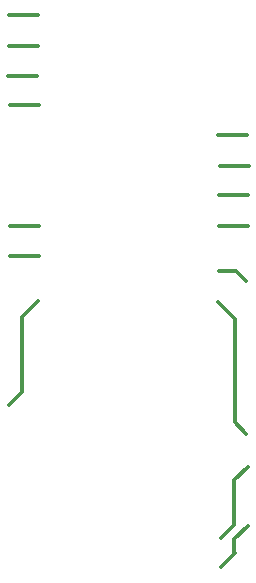
<source format=gbo>
%TF.GenerationSoftware,KiCad,Pcbnew,8.0.4*%
%TF.CreationDate,2024-08-28T09:49:03+09:00*%
%TF.ProjectId,powerfeather-lora-gps-reference,706f7765-7266-4656-9174-6865722d6c6f,rev?*%
%TF.SameCoordinates,Original*%
%TF.FileFunction,Legend,Bot*%
%TF.FilePolarity,Positive*%
%FSLAX46Y46*%
G04 Gerber Fmt 4.6, Leading zero omitted, Abs format (unit mm)*
G04 Created by KiCad (PCBNEW 8.0.4) date 2024-08-28 09:49:03*
%MOMM*%
%LPD*%
G01*
G04 APERTURE LIST*
%ADD10C,0.300000*%
G04 APERTURE END LIST*
D10*
X140160000Y-111080000D02*
X141100000Y-112060000D01*
X138790000Y-94480000D02*
X141250000Y-94480000D01*
X121010000Y-76610000D02*
X123470000Y-76610000D01*
X138820000Y-98300000D02*
X140240000Y-98300000D01*
X122160000Y-102130000D02*
X123490000Y-100770000D01*
X121040000Y-79190000D02*
X123500000Y-79190000D01*
X138790000Y-91830000D02*
X141250000Y-91830000D01*
X121040000Y-109650000D02*
X122160000Y-108540000D01*
X121130000Y-94430000D02*
X123590000Y-94430000D01*
X140130000Y-122175000D02*
X138990000Y-123355000D01*
X122160000Y-108540000D02*
X122160000Y-102130000D01*
X140140000Y-102310000D02*
X140160000Y-111080000D01*
X121100000Y-84250000D02*
X123560000Y-84250000D01*
X140120000Y-120965000D02*
X140120000Y-122155000D01*
X140090000Y-115985000D02*
X140090000Y-119745000D01*
X138760000Y-100920000D02*
X140140000Y-102310000D01*
X138860000Y-89370000D02*
X141320000Y-89370000D01*
X141240000Y-119825000D02*
X140120000Y-120965000D01*
X121080000Y-96960000D02*
X123540000Y-96960000D01*
X138720000Y-86780000D02*
X141180000Y-86780000D01*
X141230000Y-114850000D02*
X140090000Y-115980000D01*
X140240000Y-98300000D02*
X141080000Y-99140000D01*
X140090000Y-119745000D02*
X138970000Y-120885000D01*
X120940000Y-81740000D02*
X123400000Y-81740000D01*
M02*

</source>
